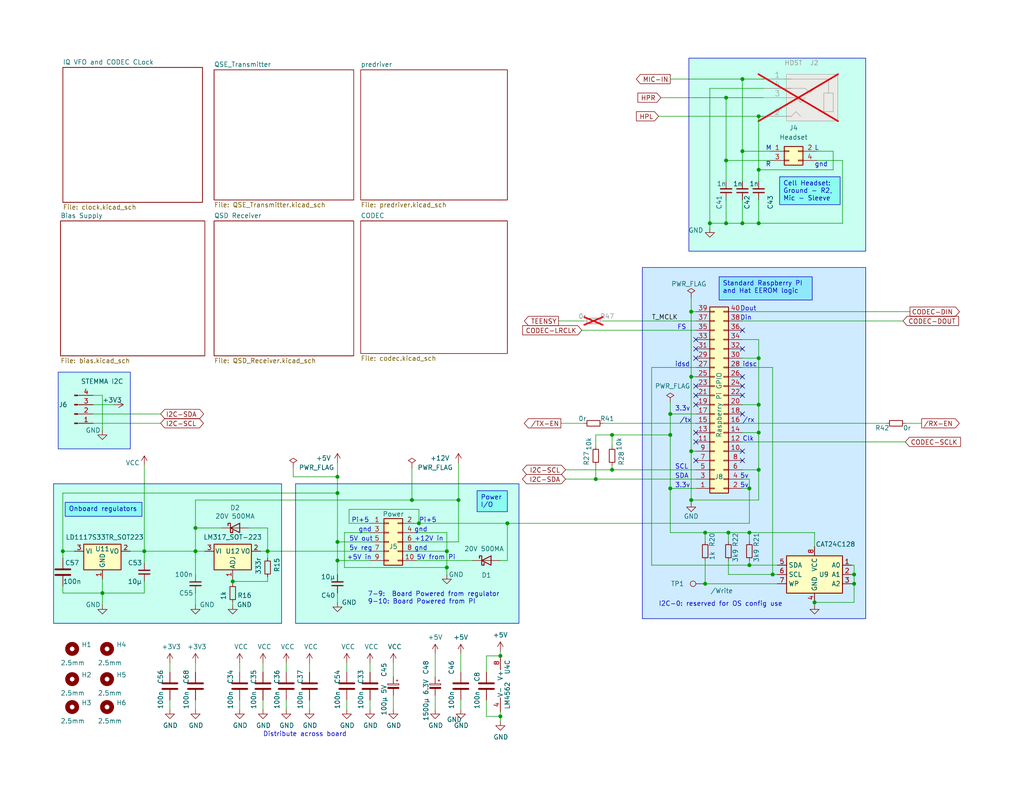
<source format=kicad_sch>
(kicad_sch (version 20230121) (generator eeschema)
  (paper "USLetter")
  (title_block (title "HF IQ Transceiver PiggyBack for Pi (not a hat)") (date "2024-01-21") (rev "2.0-1") (company "AE0GL: Mario P. Vano") (comment 1 "Sheet 1: Power Supplies, Headset and GPIO") (comment 2 "Preliminary Version 2"))
  (junction (at 182.88 113.03))
  (junction (at 121.92 150.495))
  (junction (at 53.34 144.145))
  (junction (at 73.025 150.495))
  (junction (at 121.92 154.94))
  (junction (at 182.88 118.745))
  (junction (at 167.005 128.27))
  (junction (at 167.005 118.745))
  (junction (at 112.395 136.525))
  (junction (at 207.01 60.96))
  (junction (at 198.12 26.67))
  (junction (at 198.755 145.415))
  (junction (at 202.565 60.96))
  (junction (at 27.94 161.925))
  (junction (at 125.095 136.525))
  (junction (at 188.595 102.87))
  (junction (at 207.01 97.79))
  (junction (at 138.43 142.875))
  (junction (at 204.47 133.35))
  (junction (at 233.045 156.845))
  (junction (at 182.88 133.35))
  (junction (at 207.01 46.355))
  (junction (at 233.045 159.385))
  (junction (at 192.405 159.385))
  (junction (at 202.565 41.275))
  (junction (at 207.01 31.75))
  (junction (at 193.675 60.96))
  (junction (at 162.56 130.81))
  (junction (at 17.145 150.495))
  (junction (at 198.12 60.96))
  (junction (at 188.595 85.09))
  (junction (at 210.82 156.845))
  (junction (at 92.075 134.62))
  (junction (at 202.565 21.59))
  (junction (at 39.37 150.495))
  (junction (at 92.075 147.955))
  (junction (at 207.01 110.49))
  (junction (at 198.12 43.815))
  (junction (at 136.525 195.58))
  (junction (at 136.525 179.07))
  (junction (at 188.595 123.19))
  (junction (at 204.47 154.305))
  (junction (at 53.34 150.495))
  (junction (at 204.47 145.415))
  (junction (at 92.075 130.175))
  (junction (at 114.3 142.875))
  (junction (at 222.25 164.465))
  (junction (at 188.595 136.525))
  (junction (at 92.075 153.035))
  (junction (at 207.01 128.27))
  (junction (at 63.5 158.75))
  (junction (at 192.405 145.415))
  (junction (at 207.01 118.11))
  (no_connect (at 189.865 95.25))
  (no_connect (at 189.865 118.11))
  (no_connect (at 189.865 120.65))
  (no_connect (at 202.565 125.73))
  (no_connect (at 189.865 97.79))
  (no_connect (at 202.565 102.87))
  (no_connect (at 202.565 123.19))
  (no_connect (at 189.865 107.95))
  (no_connect (at 202.565 105.41))
  (no_connect (at 202.565 95.25))
  (no_connect (at 189.865 105.41))
  (no_connect (at 202.565 113.03))
  (no_connect (at 189.865 125.73))
  (no_connect (at 202.565 90.17))
  (no_connect (at 189.865 110.49))
  (no_connect (at 202.565 107.95))
  (no_connect (at 189.865 92.71))
  (wire (pts (xy 207.01 54.61) (xy 207.01 60.96)))
  (wire (pts (xy 65.405 180.975) (xy 65.405 183.515)))
  (wire (pts (xy 100.965 145.415) (xy 93.98 145.415)))
  (wire (pts (xy 207.01 92.71) (xy 207.01 97.79)))
  (wire (pts (xy 227.33 46.355) (xy 207.01 46.355)))
  (wire (pts (xy 202.565 120.65) (xy 247.015 120.65)))
  (wire (pts (xy 65.405 191.135) (xy 65.405 193.675)))
  (wire (pts (xy 95.25 139.065) (xy 114.3 139.065)))
  (wire (pts (xy 198.12 60.96) (xy 202.565 60.96)))
  (wire (pts (xy 212.09 154.305) (xy 204.47 154.305)))
  (wire (pts (xy 202.565 85.09) (xy 248.285 85.09)))
  (wire (pts (xy 204.47 133.35) (xy 204.47 142.875)))
  (wire (pts (xy 63.5 159.385) (xy 63.5 158.75)))
  (wire (pts (xy 210.82 100.33) (xy 202.565 100.33)))
  (wire (pts (xy 136.525 195.58) (xy 136.525 194.31)))
  (wire (pts (xy 132.715 179.07) (xy 136.525 179.07)))
  (wire (pts (xy 233.045 159.385) (xy 232.41 159.385)))
  (wire (pts (xy 17.145 134.62) (xy 92.075 134.62)))
  (wire (pts (xy 182.88 133.35) (xy 182.88 145.415)))
  (wire (pts (xy 100.965 180.975) (xy 100.965 183.515)))
  (wire (pts (xy 193.675 60.96) (xy 198.12 60.96)))
  (wire (pts (xy 202.565 21.59) (xy 208.28 21.59)))
  (wire (pts (xy 177.8 100.33) (xy 177.8 154.305)))
  (wire (pts (xy 31.115 110.49) (xy 25.4 110.49)))
  (wire (pts (xy 53.34 165.1) (xy 53.34 161.925)))
  (wire (pts (xy 167.005 127) (xy 167.005 128.27)))
  (wire (pts (xy 229.87 60.96) (xy 229.87 43.815)))
  (wire (pts (xy 188.595 136.525) (xy 207.01 136.525)))
  (wire (pts (xy 188.595 102.87) (xy 188.595 85.09)))
  (wire (pts (xy 78.105 191.135) (xy 78.105 193.675)))
  (wire (pts (xy 39.37 150.495) (xy 39.37 153.67)))
  (wire (pts (xy 60.325 144.145) (xy 53.34 144.145)))
  (wire (pts (xy 227.33 41.275) (xy 222.885 41.275)))
  (wire (pts (xy 158.75 90.17) (xy 189.865 90.17)))
  (wire (pts (xy 210.82 100.33) (xy 210.82 156.845)))
  (wire (pts (xy 71.12 150.495) (xy 73.025 150.495)))
  (wire (pts (xy 198.755 156.845) (xy 198.755 153.035)))
  (wire (pts (xy 162.56 127) (xy 162.56 130.81)))
  (wire (pts (xy 188.595 81.28) (xy 188.595 85.09)))
  (wire (pts (xy 118.745 178.435) (xy 118.745 184.785)))
  (wire (pts (xy 207.01 128.27) (xy 207.01 136.525)))
  (wire (pts (xy 107.315 180.975) (xy 107.315 184.785)))
  (wire (pts (xy 207.01 31.75) (xy 207.01 46.355)))
  (wire (pts (xy 43.815 113.03) (xy 25.4 113.03)))
  (wire (pts (xy 162.56 118.745) (xy 167.005 118.745)))
  (wire (pts (xy 114.3 142.875) (xy 138.43 142.875)))
  (wire (pts (xy 222.885 43.815) (xy 229.87 43.815)))
  (wire (pts (xy 67.945 144.145) (xy 73.025 144.145)))
  (wire (pts (xy 84.455 191.135) (xy 84.455 193.675)))
  (wire (pts (xy 189.865 123.19) (xy 188.595 123.19)))
  (wire (pts (xy 182.88 113.03) (xy 182.88 118.745)))
  (wire (pts (xy 114.3 139.065) (xy 114.3 142.875)))
  (wire (pts (xy 192.405 159.385) (xy 212.09 159.385)))
  (wire (pts (xy 112.395 127.635) (xy 112.395 136.525)))
  (wire (pts (xy 73.025 157.48) (xy 73.025 158.75)))
  (wire (pts (xy 25.4 107.95) (xy 27.94 107.95)))
  (wire (pts (xy 202.565 97.79) (xy 207.01 97.79)))
  (wire (pts (xy 233.045 154.305) (xy 232.41 154.305)))
  (wire (pts (xy 121.92 145.415) (xy 121.92 150.495)))
  (wire (pts (xy 63.5 158.75) (xy 63.5 158.115)))
  (wire (pts (xy 198.12 43.815) (xy 198.12 49.53)))
  (wire (pts (xy 202.565 115.57) (xy 241.935 115.57)))
  (wire (pts (xy 182.88 133.35) (xy 189.865 133.35)))
  (wire (pts (xy 132.715 191.135) (xy 132.715 195.58)))
  (wire (pts (xy 132.715 183.515) (xy 132.715 179.07)))
  (wire (pts (xy 204.47 133.35) (xy 202.565 133.35)))
  (wire (pts (xy 198.12 54.61) (xy 198.12 60.96)))
  (wire (pts (xy 138.43 142.875) (xy 138.43 153.035)))
  (wire (pts (xy 17.145 160.02) (xy 17.145 161.925)))
  (wire (pts (xy 177.8 154.305) (xy 204.47 154.305)))
  (wire (pts (xy 73.025 150.495) (xy 100.965 150.495)))
  (wire (pts (xy 107.315 189.865) (xy 107.315 193.675)))
  (wire (pts (xy 53.34 144.145) (xy 53.34 136.525)))
  (wire (pts (xy 53.34 191.135) (xy 53.34 193.675)))
  (wire (pts (xy 207.01 60.96) (xy 229.87 60.96)))
  (wire (pts (xy 93.98 145.415) (xy 93.98 154.94)))
  (wire (pts (xy 207.01 110.49) (xy 207.01 118.11)))
  (wire (pts (xy 192.405 145.415) (xy 192.405 147.955)))
  (wire (pts (xy 202.565 92.71) (xy 207.01 92.71)))
  (wire (pts (xy 207.01 46.355) (xy 207.01 49.53)))
  (wire (pts (xy 202.565 130.81) (xy 204.47 130.81)))
  (wire (pts (xy 193.675 60.96) (xy 193.675 62.23)))
  (wire (pts (xy 192.405 153.035) (xy 192.405 159.385)))
  (wire (pts (xy 92.075 130.175) (xy 80.01 130.175)))
  (wire (pts (xy 39.37 127) (xy 39.37 150.495)))
  (wire (pts (xy 207.01 128.27) (xy 202.565 128.27)))
  (wire (pts (xy 113.665 142.875) (xy 114.3 142.875)))
  (wire (pts (xy 202.565 54.61) (xy 202.565 60.96)))
  (wire (pts (xy 43.815 115.57) (xy 25.4 115.57)))
  (wire (pts (xy 233.045 159.385) (xy 233.045 164.465)))
  (wire (pts (xy 204.47 153.035) (xy 204.47 154.305)))
  (wire (pts (xy 154.305 130.81) (xy 162.56 130.81)))
  (wire (pts (xy 182.88 113.03) (xy 189.865 113.03)))
  (wire (pts (xy 192.405 145.415) (xy 198.755 145.415)))
  (wire (pts (xy 222.25 164.465) (xy 222.25 165.1)))
  (wire (pts (xy 27.94 107.95) (xy 27.94 117.475)))
  (wire (pts (xy 121.92 150.495) (xy 121.92 154.94)))
  (wire (pts (xy 92.075 126.365) (xy 92.075 130.175)))
  (wire (pts (xy 153.035 115.57) (xy 159.385 115.57)))
  (wire (pts (xy 188.595 123.19) (xy 188.595 136.525)))
  (wire (pts (xy 202.565 118.11) (xy 207.01 118.11)))
  (wire (pts (xy 46.355 191.135) (xy 46.355 193.675)))
  (wire (pts (xy 198.12 26.67) (xy 208.28 26.67)))
  (wire (pts (xy 233.045 164.465) (xy 222.25 164.465)))
  (wire (pts (xy 100.965 191.135) (xy 100.965 193.675)))
  (wire (pts (xy 180.34 26.67) (xy 198.12 26.67)))
  (wire (pts (xy 167.005 118.745) (xy 182.88 118.745)))
  (wire (pts (xy 136.525 177.8) (xy 136.525 179.07)))
  (wire (pts (xy 93.98 154.94) (xy 121.92 154.94)))
  (wire (pts (xy 207.01 31.75) (xy 208.28 31.75)))
  (wire (pts (xy 71.755 180.975) (xy 71.755 183.515)))
  (wire (pts (xy 138.43 142.875) (xy 204.47 142.875)))
  (wire (pts (xy 198.755 147.955) (xy 198.755 145.415)))
  (wire (pts (xy 55.88 150.495) (xy 53.34 150.495)))
  (wire (pts (xy 53.34 156.845) (xy 53.34 150.495)))
  (wire (pts (xy 125.73 191.135) (xy 125.73 193.675)))
  (wire (pts (xy 92.075 147.955) (xy 100.965 147.955)))
  (wire (pts (xy 94.615 191.135) (xy 94.615 193.675)))
  (wire (pts (xy 202.565 41.275) (xy 210.185 41.275)))
  (wire (pts (xy 113.665 147.955) (xy 125.095 147.955)))
  (wire (pts (xy 189.865 102.87) (xy 188.595 102.87)))
  (wire (pts (xy 39.37 158.75) (xy 39.37 161.925)))
  (wire (pts (xy 189.865 100.33) (xy 177.8 100.33)))
  (wire (pts (xy 17.145 152.4) (xy 17.145 150.495)))
  (wire (pts (xy 179.705 31.75) (xy 207.01 31.75)))
  (wire (pts (xy 17.145 161.925) (xy 27.94 161.925)))
  (wire (pts (xy 53.34 144.145) (xy 53.34 150.495)))
  (wire (pts (xy 17.145 134.62) (xy 17.145 150.495)))
  (wire (pts (xy 198.12 26.67) (xy 198.12 43.815)))
  (wire (pts (xy 53.34 180.975) (xy 53.34 183.515)))
  (wire (pts (xy 113.665 145.415) (xy 121.92 145.415)))
  (wire (pts (xy 152.4 87.63) (xy 159.385 87.63)))
  (wire (pts (xy 39.37 150.495) (xy 35.56 150.495)))
  (wire (pts (xy 188.595 123.19) (xy 188.595 102.87)))
  (wire (pts (xy 84.455 180.975) (xy 84.455 183.515)))
  (wire (pts (xy 182.88 118.745) (xy 182.88 133.35)))
  (wire (pts (xy 94.615 180.975) (xy 94.615 183.515)))
  (wire (pts (xy 207.01 118.11) (xy 207.01 128.27)))
  (wire (pts (xy 182.88 21.59) (xy 202.565 21.59)))
  (wire (pts (xy 164.465 115.57) (xy 189.865 115.57)))
  (wire (pts (xy 100.965 142.875) (xy 95.25 142.875)))
  (wire (pts (xy 227.33 41.275) (xy 227.33 46.355)))
  (wire (pts (xy 233.045 154.305) (xy 233.045 156.845)))
  (wire (pts (xy 233.045 156.845) (xy 233.045 159.385)))
  (wire (pts (xy 92.075 130.175) (xy 92.075 134.62)))
  (wire (pts (xy 63.5 165.1) (xy 63.5 164.465)))
  (wire (pts (xy 202.565 21.59) (xy 202.565 41.275)))
  (wire (pts (xy 164.465 87.63) (xy 189.865 87.63)))
  (wire (pts (xy 154.305 128.27) (xy 167.005 128.27)))
  (wire (pts (xy 80.01 130.175) (xy 80.01 127.635)))
  (wire (pts (xy 202.565 87.63) (xy 246.38 87.63)))
  (wire (pts (xy 71.755 191.135) (xy 71.755 193.675)))
  (wire (pts (xy 53.34 136.525) (xy 112.395 136.525)))
  (wire (pts (xy 188.595 136.525) (xy 188.595 137.16)))
  (wire (pts (xy 193.675 24.13) (xy 193.675 60.96)))
  (wire (pts (xy 27.94 165.1) (xy 27.94 161.925)))
  (wire (pts (xy 73.025 144.145) (xy 73.025 150.495)))
  (wire (pts (xy 92.075 134.62) (xy 92.075 147.955)))
  (wire (pts (xy 118.745 189.865) (xy 118.745 193.675)))
  (wire (pts (xy 162.56 118.745) (xy 162.56 121.92)))
  (wire (pts (xy 193.675 24.13) (xy 208.28 24.13)))
  (wire (pts (xy 92.075 156.845) (xy 92.075 153.035)))
  (wire (pts (xy 207.01 97.79) (xy 207.01 110.49)))
  (wire (pts (xy 125.095 136.525) (xy 125.095 147.955)))
  (wire (pts (xy 39.37 161.925) (xy 27.94 161.925)))
  (wire (pts (xy 95.25 142.875) (xy 95.25 139.065)))
  (wire (pts (xy 73.025 150.495) (xy 73.025 152.4)))
  (wire (pts (xy 167.005 118.745) (xy 167.005 121.92)))
  (wire (pts (xy 92.075 153.035) (xy 92.075 147.955)))
  (wire (pts (xy 78.105 180.975) (xy 78.105 183.515)))
  (wire (pts (xy 202.565 110.49) (xy 207.01 110.49)))
  (wire (pts (xy 222.25 145.415) (xy 222.25 149.225)))
  (wire (pts (xy 73.025 158.75) (xy 63.5 158.75)))
  (wire (pts (xy 232.41 156.845) (xy 233.045 156.845)))
  (wire (pts (xy 210.82 156.845) (xy 212.09 156.845)))
  (wire (pts (xy 167.005 128.27) (xy 189.865 128.27)))
  (wire (pts (xy 125.095 126.365) (xy 125.095 136.525)))
  (wire (pts (xy 182.88 109.855) (xy 182.88 113.03)))
  (wire (pts (xy 136.525 153.035) (xy 138.43 153.035)))
  (wire (pts (xy 136.525 195.58) (xy 136.525 196.85)))
  (wire (pts (xy 207.01 60.96) (xy 202.565 60.96)))
  (wire (pts (xy 210.82 156.845) (xy 198.755 156.845)))
  (wire (pts (xy 17.145 150.495) (xy 20.32 150.495)))
  (wire (pts (xy 247.015 115.57) (xy 251.46 115.57)))
  (wire (pts (xy 162.56 130.81) (xy 189.865 130.81)))
  (wire (pts (xy 125.73 178.435) (xy 125.73 183.515)))
  (wire (pts (xy 182.88 145.415) (xy 192.405 145.415)))
  (wire (pts (xy 204.47 147.955) (xy 204.47 145.415)))
  (wire (pts (xy 113.665 153.035) (xy 128.905 153.035)))
  (wire (pts (xy 198.12 43.815) (xy 210.185 43.815)))
  (wire (pts (xy 27.94 158.115) (xy 27.94 161.925)))
  (wire (pts (xy 46.355 180.975) (xy 46.355 183.515)))
  (wire (pts (xy 132.715 195.58) (xy 136.525 195.58)))
  (wire (pts (xy 189.865 85.09) (xy 188.595 85.09)))
  (wire (pts (xy 222.25 145.415) (xy 204.47 145.415)))
  (wire (pts (xy 92.075 153.035) (xy 100.965 153.035)))
  (wire (pts (xy 121.92 154.94) (xy 121.92 156.845)))
  (wire (pts (xy 204.47 130.81) (xy 204.47 133.35)))
  (wire (pts (xy 198.755 145.415) (xy 204.47 145.415)))
  (wire (pts (xy 92.075 164.465) (xy 92.075 161.925)))
  (wire (pts (xy 112.395 136.525) (xy 125.095 136.525)))
  (wire (pts (xy 39.37 150.495) (xy 53.34 150.495)))
  (wire (pts (xy 202.565 41.275) (xy 202.565 49.53)))
  (wire (pts (xy 113.665 150.495) (xy 121.92 150.495)))
  (rectangle (start 15.875 101.6) (end 35.56 122.555) (fill (type color) (color 70 255 205 0.3)))
  (rectangle (start 14.605 132.08) (end 76.835 170.18) (fill (type color) (color 70 255 205 0.3)))
  (rectangle (start 187.96 15.875) (end 236.22 68.58) (fill (type color) (color 70 255 205 0.3)))
  (rectangle (start 80.645 132.08) (end 141.605 170.18) (fill (type color) (color 70 255 205 0.3)))
  (rectangle (start 175.26 73.025) (end 236.22 168.91) (fill (type color) (color 91 188 255 0.3)))
  (text_box "Standard Raspberry PI\nand Hat EEROM logic" (at 196.215 75.565 0) (size 25.4 6.35) (fill (type color) (color 85 247 255 0.52)) (effects (font (size 1.27 1.27)) (justify left top)))
  (text_box "Onboard regulators" (at 17.78 137.16 0) (size 20.955 3.81) (fill (type color) (color 85 247 255 0.52)) (effects (font (size 1.27 1.27)) (justify left top)))
  (text_box "Cell Headset:\nGround - R2,\nMic - Sleeve\n" (at 212.725 48.26 0) (size 16.51 7.62) (fill (type color) (color 85 247 255 0.52)) (effects (font (size 1.27 1.27)) (justify left top)))
  (text_box "Power\nI/O" (at 130.175 133.985 0) (size 8.255 5.715) (fill (type color) (color 85 247 255 0.52)) (effects (font (size 1.27 1.27)) (justify left top)))
  (text "L" (at 222.25 41.275 0) (effects (font (size 1.27 1.27)) (justify left bottom)))
  (text "SCL" (at 184.15 128.27 0) (effects (font (size 1.27 1.27)) (justify left bottom)))
  (text "5V out" (at 95.25 147.955 0) (effects (font (size 1.27 1.27)) (justify left bottom)))
  (text "gnd" (at 113.03 145.415 0) (effects (font (size 1.27 1.27)) (justify left bottom)))
  (text "SDA" (at 184.15 130.81 0) (effects (font (size 1.27 1.27)) (justify left bottom)))
  (text "Dout" (at 201.93 85.09 0) (effects (font (size 1.27 1.27)) (justify left bottom)))
  (text "idsd" (at 184.15 100.33 0) (effects (font (size 1.27 1.27)) (justify left bottom)))
  (text "3.3v" (at 184.15 133.35 0) (effects (font (size 1.27 1.27)) (justify left bottom)))
  (text "gnd" (at 113.03 150.495 0) (effects (font (size 1.27 1.27)) (justify left bottom)))
  (text "Pi+5" (at 114.3 142.875 0) (effects (font (size 1.27 1.27)) (justify left bottom)))
  (text "I2C-0: reserved for OS config use" (at 179.705 165.735 0) (effects (font (size 1.27 1.27)) (justify left bottom)))
  (text "/tx" (at 185.42 115.57 0) (effects (font (size 1.27 1.27)) (justify left bottom)))
  (text "gnd" (at 222.25 45.72 0) (effects (font (size 1.27 1.27)) (justify left bottom)))
  (text "Pi+5" (at 95.885 142.875 0) (effects (font (size 1.27 1.27)) (justify left bottom)))
  (text "Distribute across board\n" (at 71.755 201.295 0) (effects (font (size 1.27 1.27)) (justify left bottom)))
  (text "5v" (at 201.93 130.81 0) (effects (font (size 1.27 1.27)) (justify left bottom)))
  (text "+5V in" (at 94.615 153.035 0) (effects (font (size 1.27 1.27)) (justify left bottom)))
  (text "idsc" (at 202.565 100.33 0) (effects (font (size 1.27 1.27)) (justify left bottom)))
  (text "FS" (at 184.785 90.17 0) (effects (font (size 1.27 1.27)) (justify left bottom)))
  (text "Din" (at 201.93 87.63 0) (effects (font (size 1.27 1.27)) (justify left bottom)))
  (text "/rx" (at 202.565 115.57 0) (effects (font (size 1.27 1.27)) (justify left bottom)))
  (text "Clk" (at 202.565 120.65 0) (effects (font (size 1.27 1.27)) (justify left bottom)))
  (text "5v" (at 201.93 133.35 0) (effects (font (size 1.27 1.27)) (justify left bottom)))
  (text "3.3v" (at 184.15 112.395 0) (effects (font (size 1.27 1.27)) (justify left bottom)))
  (text "5v reg\n" (at 95.25 150.495 0) (effects (font (size 1.27 1.27)) (justify left bottom)))
  (text "7-9:  Board Powered from regulator\n9-10: Board Powered from PI\n" (at 100.33 165.1 0) (effects (font (size 1.27 1.27)) (justify left bottom)))
  (text "5V from Pi" (at 113.665 153.035 0) (effects (font (size 1.27 1.27)) (justify left bottom)))
  (text "+12V in" (at 113.03 147.955 0) (effects (font (size 1.27 1.27)) (justify left bottom)))
  (text "gnd" (at 97.79 145.415 0) (effects (font (size 1.27 1.27)) (justify left bottom)))
  (text "M" (at 208.915 41.275 0) (effects (font (size 1.27 1.27)) (justify left bottom)))
  (text "R" (at 208.915 45.72 0) (effects (font (size 1.27 1.27)) (justify left bottom)))
  (label "T_MCLK" (at 177.8 87.63 0))
  (global_label "CODEC-SCLK" (shape input) (at 247.015 120.65 0) (property "Intersheetrefs" "${INTERSHEET_REFS}" (effects hide)))
  (global_label "{slash}RX-EN" (shape output) (at 251.46 115.57 0) (property "Intersheetrefs" "${INTERSHEET_REFS}" (effects hide)))
  (global_label "HPL" (shape input) (at 179.705 31.75 180) (property "Intersheetrefs" "${INTERSHEET_REFS}" (effects hide)))
  (global_label "I2C-SCL" (shape bidirectional) (at 154.305 128.27 180) (property "Intersheetrefs" "${INTERSHEET_REFS}" (effects hide)))
  (global_label "I2C-SDA" (shape bidirectional) (at 154.305 130.81 180) (property "Intersheetrefs" "${INTERSHEET_REFS}" (effects hide)))
  (global_label "CODEC-DIN" (shape output) (at 248.285 85.09 0) (property "Intersheetrefs" "${INTERSHEET_REFS}" (effects hide)))
  (global_label "{slash}TX-EN" (shape output) (at 153.035 115.57 180) (property "Intersheetrefs" "${INTERSHEET_REFS}" (effects hide)))
  (global_label "I2C-SCL" (shape bidirectional) (at 43.815 115.57 0) (property "Intersheetrefs" "${INTERSHEET_REFS}" (effects hide)))
  (global_label "TEENSY" (shape output) (at 152.4 87.63 180) (property "Intersheetrefs" "${INTERSHEET_REFS}" (effects hide)))
  (global_label "CODEC-DOUT" (shape input) (at 246.38 87.63 0) (property "Intersheetrefs" "${INTERSHEET_REFS}" (effects hide)))
  (global_label "MIC-IN" (shape output) (at 182.88 21.59 180) (property "Intersheetrefs" "${INTERSHEET_REFS}" (effects hide)))
  (global_label "HPR" (shape input) (at 180.34 26.67 180) (property "Intersheetrefs" "${INTERSHEET_REFS}" (effects hide)))
  (global_label "CODEC-LRCLK" (shape input) (at 158.75 90.17 180) (property "Intersheetrefs" "${INTERSHEET_REFS}" (effects hide)))
  (global_label "I2C-SDA" (shape bidirectional) (at 43.815 113.03 0) (property "Intersheetrefs" "${INTERSHEET_REFS}" (effects hide)))
  (symbol (lib_id "Device:C") (at 132.715 187.325 0) (mirror y) (unit 1)
    (property "Reference" "C8" (at 130.175 184.785 90))
    (property "Value" "100n" (at 130.175 191.135 90))
    (property "Footprint" "Capacitor_SMD:C_0603_1608Metric" (effects hide))
    (property "DigiKey Part Number" "1276-1033-1-ND" (effects hide))
    (property "Manufacturer_Part_Number" "CL10B104JB8NNNC" (effects hide))
    (property "Description" "0.1 µF ±5% 50V Ceramic Capacitor X7R 0603 (1608 Metric)" (effects hide))
    (property "Manufacturer_Name" "Samsung Electro-Mechanics" (effects hide))
  )
  (symbol (lib_id "Connector_Generic:Conn_02x20_Odd_Even") (at 194.945 110.49 0) (mirror x) (unit 1) (in_bom no)
    (property "Reference" "J8" (at 194.945 130.175 0) (effects (justify left)))
    (property "Value" "Raspberry Pi GPIO" (at 196.215 101.6 90) (effects (justify left)))
    (property "Footprint" "Connector_PinSocket_2.54mm:PinSocket_2x20_P2.54mm_Vertical" (effects hide))
  )
  (symbol (lib_id "power:GND") (at 136.525 196.85 0) (unit 1)
    (property "Reference" "#PWR013" (effects hide))
    (property "Value" "GND" (at 136.652 201.2442 0))
  )
  (symbol (lib_id "Mechanical:MountingHole") (at 19.685 193.04 0) (unit 1) (in_bom no)
    (property "Reference" "H3" (at 22.225 191.8716 0) (effects (justify left)))
    (property "Value" "2.5mm" (at 16.51 196.85 0) (effects (justify left)))
    (property "Footprint" "MPV-2024:MountingHole_2.7mm_M2.5_KA" (effects hide))
  )
  (symbol (lib_id "Mechanical:MountingHole") (at 19.685 177.165 0) (unit 1) (in_bom no)
    (property "Reference" "H1" (at 22.225 175.9966 0) (effects (justify left)))
    (property "Value" "2.5mm" (at 16.51 180.975 0) (effects (justify left)))
    (property "Footprint" "MPV-2024:MountingHole_2.7mm_M2.5_KA" (effects hide))
  )
  (symbol (lib_id "Mechanical:MountingHole") (at 19.685 185.42 0) (unit 1) (in_bom no)
    (property "Reference" "H2" (at 22.225 184.2516 0) (effects (justify left)))
    (property "Value" "2.5mm" (at 16.51 189.23 0) (effects (justify left)))
    (property "Footprint" "MPV-2024:MountingHole_2.7mm_M2.5_KA" (effects hide))
  )
  (symbol (lib_id "Mechanical:MountingHole") (at 29.21 177.165 0) (unit 1) (in_bom no)
    (property "Reference" "H4" (at 31.75 175.9966 0) (effects (justify left)))
    (property "Value" "2.5mm" (at 26.67 180.975 0) (effects (justify left)))
    (property "Footprint" "MPV-2024:MountingHole_2.7mm_M2.5_KA" (effects hide))
  )
  (symbol (lib_id "power:PWR_FLAG") (at 188.595 81.28 0) (unit 1)
    (property "Reference" "#FLG0101" (effects hide))
    (property "Value" "PWR_FLAG" (at 187.96 77.5208 0))
  )
  (symbol (lib_id "Device:C") (at 100.965 187.325 0) (mirror y) (unit 1)
    (property "Reference" "C33" (at 98.425 184.785 90))
    (property "Value" "100n" (at 98.425 191.135 90))
    (property "Footprint" "Capacitor_SMD:C_0603_1608Metric" (effects hide))
    (property "DigiKey Part Number" "1276-1033-1-ND" (effects hide))
    (property "Manufacturer_Part_Number" "CL10B104JB8NNNC" (effects hide))
    (property "Description" "0.1 µF ±5% 50V Ceramic Capacitor X7R 0603 (1608 Metric)" (effects hide))
    (property "Manufacturer_Name" "Samsung Electro-Mechanics" (effects hide))
  )
  (symbol (lib_id "power:GND") (at 100.965 193.675 0) (unit 1)
    (property "Reference" "#PWR035" (effects hide))
    (property "Value" "GND" (at 101.092 198.0692 0))
  )
  (symbol (lib_id "power:PWR_FLAG") (at 182.88 109.855 0) (unit 1)
    (property "Reference" "#FLG0102" (effects hide))
    (property "Value" "PWR_FLAG" (at 183.515 105.41 0))
  )
  (symbol (lib_id "Device:C_Small") (at 198.12 52.07 0) (mirror x) (unit 1)
    (property "Reference" "C41" (at 196.215 55.245 90))
    (property "Value" "1n" (at 196.85 50.165 0))
    (property "Footprint" "Capacitor_SMD:C_0603_1608Metric" (effects hide))
    (property "DigiKey Part Number" "1276-1091-1-ND" (effects hide))
    (property "Manufacturer_Part_Number" "CL10C102JB8NNNC" (effects hide))
    (property "Description" "CAP CER 1000PF 50V C0G/NP0 0603" (effects hide))
    (property "Manufacturer_Name" "Samsung Electro-Mechanics" (effects hide))
  )
  (symbol (lib_id "Device:C_Small") (at 202.565 52.07 0) (mirror x) (unit 1)
    (property "Reference" "C42" (at 203.835 55.245 90))
    (property "Value" "1n" (at 201.295 50.165 0))
    (property "Footprint" "Capacitor_SMD:C_0603_1608Metric" (effects hide))
    (property "DigiKey Part Number" "1276-1091-1-ND" (effects hide))
    (property "Manufacturer_Part_Number" "CL10C102JB8NNNC" (effects hide))
    (property "Description" "CAP CER 1000PF 50V C0G/NP0 0603" (effects hide))
    (property "Manufacturer_Name" "Samsung Electro-Mechanics" (effects hide))
  )
  (symbol (lib_id "Device:C_Small") (at 207.01 52.07 0) (mirror x) (unit 1)
    (property "Reference" "C43" (at 210.185 55.245 90))
    (property "Value" "1n" (at 205.74 50.165 0))
    (property "Footprint" "Capacitor_SMD:C_0603_1608Metric" (effects hide))
    (property "DigiKey Part Number" "1276-1091-1-ND" (effects hide))
    (property "Manufacturer_Part_Number" "CL10C102JB8NNNC" (effects hide))
    (property "Description" "CAP CER 1000PF 50V C0G/NP0 0603" (effects hide))
    (property "Manufacturer_Name" "Samsung Electro-Mechanics" (effects hide))
  )
  (symbol (lib_id "power:GND") (at 193.675 62.23 0) (unit 1)
    (property "Reference" "#PWR032" (effects hide))
    (property "Value" "GND" (at 189.865 62.865 0))
  )
  (symbol (lib_id "power:PWR_FLAG") (at 80.01 127.635 0) (unit 1)
    (property "Reference" "#FLG0104" (effects hide))
    (property "Value" "PWR_FLAG" (at 86.36 127.635 0))
  )
  (symbol (lib_id "Device:C") (at 65.405 187.325 0) (mirror y) (unit 1)
    (property "Reference" "C34" (at 62.865 184.785 90))
    (property "Value" "100n" (at 62.865 191.135 90))
    (property "Footprint" "Capacitor_SMD:C_0603_1608Metric" (effects hide))
    (property "DigiKey Part Number" "1276-1033-1-ND" (effects hide))
    (property "Manufacturer_Part_Number" "CL10B104JB8NNNC" (effects hide))
    (property "Description" "0.1 µF ±5% 50V Ceramic Capacitor X7R 0603 (1608 Metric)" (effects hide))
    (property "Manufacturer_Name" "Samsung Electro-Mechanics" (effects hide))
  )
  (symbol (lib_id "power:GND") (at 65.405 193.675 0) (unit 1)
    (property "Reference" "#PWR037" (effects hide))
    (property "Value" "GND" (at 65.532 198.0692 0))
  )
  (symbol (lib_id "Device:C") (at 71.755 187.325 0) (mirror y) (unit 1)
    (property "Reference" "C35" (at 69.215 184.785 90))
    (property "Value" "100n" (at 69.215 191.135 90))
    (property "Footprint" "Capacitor_SMD:C_0603_1608Metric" (effects hide))
    (property "DigiKey Part Number" "1276-1033-1-ND" (effects hide))
    (property "Manufacturer_Part_Number" "CL10B104JB8NNNC" (effects hide))
    (property "Description" "0.1 µF ±5% 50V Ceramic Capacitor X7R 0603 (1608 Metric)" (effects hide))
    (property "Manufacturer_Name" "Samsung Electro-Mechanics" (effects hide))
  )
  (symbol (lib_id "power:GND") (at 71.755 193.675 0) (unit 1)
    (property "Reference" "#PWR039" (effects hide))
    (property "Value" "GND" (at 71.882 198.0692 0))
  )
  (symbol (lib_id "Device:C") (at 78.105 187.325 0) (mirror y) (unit 1)
    (property "Reference" "C36" (at 75.565 184.785 90))
    (property "Value" "100n" (at 75.565 191.135 90))
    (property "Footprint" "Capacitor_SMD:C_0603_1608Metric" (effects hide))
    (property "DigiKey Part Number" "1276-1033-1-ND" (effects hide))
    (property "Manufacturer_Part_Number" "CL10B104JB8NNNC" (effects hide))
    (property "Description" "0.1 µF ±5% 50V Ceramic Capacitor X7R 0603 (1608 Metric)" (effects hide))
    (property "Manufacturer_Name" "Samsung Electro-Mechanics" (effects hide))
  )
  (symbol (lib_id "power:GND") (at 78.105 193.675 0) (unit 1)
    (property "Reference" "#PWR041" (effects hide))
    (property "Value" "GND" (at 78.232 198.0692 0))
  )
  (symbol (lib_id "Device:C") (at 84.455 187.325 0) (mirror y) (unit 1)
    (property "Reference" "C37" (at 81.915 184.785 90))
    (property "Value" "100n" (at 81.915 191.135 90))
    (property "Footprint" "Capacitor_SMD:C_0603_1608Metric" (effects hide))
    (property "DigiKey Part Number" "1276-1033-1-ND" (effects hide))
    (property "Manufacturer_Part_Number" "CL10B104JB8NNNC" (effects hide))
    (property "Description" "0.1 µF ±5% 50V Ceramic Capacitor X7R 0603 (1608 Metric)" (effects hide))
    (property "Manufacturer_Name" "Samsung Electro-Mechanics" (effects hide))
  )
  (symbol (lib_id "power:GND") (at 84.455 193.675 0) (unit 1)
    (property "Reference" "#PWR043" (effects hide))
    (property "Value" "GND" (at 84.582 198.0692 0))
  )
  (symbol (lib_id "power:GND") (at 46.355 193.675 0) (unit 1)
    (property "Reference" "#PWR027" (effects hide))
    (property "Value" "GND" (at 46.482 198.0692 0))
  )
  (symbol (lib_id "Device:C") (at 46.355 187.325 0) (mirror y) (unit 1)
    (property "Reference" "C56" (at 43.815 184.785 90))
    (property "Value" "100n" (at 43.815 191.135 90))
    (property "Footprint" "Capacitor_SMD:C_0603_1608Metric" (effects hide))
    (property "DigiKey Part Number" "1276-1033-1-ND" (effects hide))
    (property "Manufacturer_Part_Number" "CL10B104JB8NNNC" (effects hide))
    (property "Description" "0.1 µF ±5% 50V Ceramic Capacitor X7R 0603 (1608 Metric)" (effects hide))
    (property "Manufacturer_Name" "Samsung Electro-Mechanics" (effects hide))
  )
  (symbol (lib_id "Regulator_Linear:LD1117S33TR_SOT223") (at 27.94 150.495 0) (unit 1)
    (property "Reference" "U11" (at 27.94 149.86 0))
    (property "Value" "LD1117S33TR_SOT223" (at 28.575 146.685 0))
    (property "Footprint" "Package_TO_SOT_SMD:SOT-223-3_TabPin2" (effects hide))
    (property "Datasheet" "http://www.st.com/st-web-ui/static/active/en/resource/technical/document/datasheet/CD00000544.pdf" (effects hide))
    (property "DigiKey Part Number" "497-1242-1-ND" (effects hide))
    (property "Description" "IC REG LINEAR 3.3V 800MA SOT223" (effects hide))
    (property "Manufacturer_Name" "STMicroelectronics" (effects hide))
    (property "Manufacturer_Part_Number" "LD1117S33TR" (effects hide))
  )
  (symbol (lib_id "power:GND") (at 188.595 137.16 0) (unit 1)
    (property "Reference" "#PWR031" (effects hide))
    (property "Value" "GND" (at 188.595 140.97 0))
  )
  (symbol (lib_id "Device:R_Small") (at 162.56 124.46 0) (mirror x) (unit 1)
    (property "Reference" "R27" (at 160.02 123.19 90) (effects (justify left)))
    (property "Value" "10k" (at 160.655 119.38 90) (effects (justify left)))
    (property "Footprint" "Resistor_SMD:R_0603_1608Metric" (effects hide))
    (property "DigiKey Part Number" "RMCF0603FT10K0CT-ND" (effects hide))
    (property "Description" "RES 10K OHM 1% 1/10W 0603" (effects hide))
    (property "Manufacturer_Part_Number" "RMCF0603FT10K0" (effects hide))
    (property "Manufacturer_Name" "Stackpole Electronics Inc" (effects hide))
  )
  (symbol (lib_id "Device:C") (at 125.73 187.325 0) (mirror y) (unit 1)
    (property "Reference" "C46" (at 123.19 182.245 90))
    (property "Value" "100n" (at 123.19 191.135 90))
    (property "Footprint" "Capacitor_SMD:C_0603_1608Metric" (effects hide))
    (property "DigiKey Part Number" "1276-1033-1-ND" (effects hide))
    (property "Manufacturer_Part_Number" "CL10B104JB8NNNC" (effects hide))
    (property "Description" "0.1 µF ±5% 50V Ceramic Capacitor X7R 0603 (1608 Metric)" (effects hide))
    (property "Manufacturer_Name" "Samsung Electro-Mechanics" (effects hide))
  )
  (symbol (lib_id "power:GND") (at 125.73 193.675 0) (unit 1)
    (property "Reference" "#PWR054" (effects hide))
    (property "Value" "GND" (at 125.857 198.0692 0))
  )
  (symbol (lib_id "power:+5V") (at 125.73 178.435 0) (unit 1)
    (property "Reference" "#PWR052" (effects hide))
    (property "Value" "+5V" (at 125.73 173.99 0))
  )
  (symbol (lib_name "+3.3V-power_3") (lib_id "radiohead-rescue:+3.3V-power") (at 46.355 180.975 0) (unit 1)
    (property "Reference" "#PWR024" (effects hide))
    (property "Value" "+3.3V" (at 46.736 176.5808 0))
  )
  (symbol (lib_id "Device:R_Small") (at 167.005 124.46 0) (mirror x) (unit 1)
    (property "Reference" "R28" (at 169.545 123.19 90) (effects (justify left)))
    (property "Value" "10k" (at 168.91 119.38 90) (effects (justify left)))
    (property "Footprint" "Resistor_SMD:R_0603_1608Metric" (effects hide))
    (property "DigiKey Part Number" "RMCF0603FT10K0CT-ND" (effects hide))
    (property "Description" "RES 10K OHM 1% 1/10W 0603" (effects hide))
    (property "Manufacturer_Part_Number" "RMCF0603FT10K0" (effects hide))
    (property "Manufacturer_Name" "Stackpole Electronics Inc" (effects hide))
  )
  (symbol (lib_id "Memory_EEPROM:CAT24C128") (at 222.25 156.845 0) (mirror y) (unit 1)
    (property "Reference" "U9" (at 224.79 156.845 0))
    (property "Value" "CAT24C128" (at 227.965 148.59 0))
    (property "Footprint" "Package_SO:SOIC-8_3.9x4.9mm_P1.27mm" (effects hide))
    (property "Datasheet" "https://www.onsemi.com/pub/Collateral/CAT24C128-D.PDF" (effects hide))
    (property "DigiKey Part Number" "BR24G128FJ-3GTE2CT-ND" (effects hide))
    (property "Description" "IC EEPROM 128KBIT I2C 8SOPJ" (effects hide))
    (property "Manufacturer_Name" "Rohm Semiconductor" (effects hide))
    (property "Manufacturer_Part_Number" "BR24G128FJ-3GTE2" (effects hide))
  )
  (symbol (lib_id "Device:C_Small") (at 92.075 159.385 0) (mirror x) (unit 1)
    (property "Reference" "C40" (at 89.535 162.56 0))
    (property "Value" "10µ" (at 89.535 157.48 0))
    (property "Footprint" "Capacitor_SMD:C_0603_1608Metric" (effects hide))
    (property "DigiKey Part Number" "1276-1038-1-ND" (effects hide))
    (property "Manufacturer_Part_Number" "CL10A106KQ8NNNC" (effects hide))
    (property "Description" "10 µF ±10% 6.3V Ceramic Capacitor X5R 0603 (1608 Metric)" (effects hide))
    (property "Manufacturer_Name" "Samsung Electro-Mechanics" (effects hide))
  )
  (symbol (lib_id "power:GND") (at 222.25 165.1 0) (mirror y) (unit 1)
    (property "Reference" "#PWR044" (effects hide))
    (property "Value" "GND" (at 123.952 196.469 0))
  )
  (symbol (lib_id "radiohead-rescue:CP_Small-Device") (at 107.315 187.325 0) (mirror y) (unit 1)
    (property "Reference" "C45" (at 104.775 182.88 90))
    (property "Value" "100µ 5V" (at 104.775 191.135 90))
    (property "Footprint" "Capacitor_SMD:C_Elec_6.3x5.4" (effects hide))
    (property "DigiKey Part Number" "PCE4377CT-ND" (effects hide))
    (property "Description" "CAP ALUM 100UF 20% 6.3V SMD" (effects hide))
    (property "Manufacturer_Part_Number" "EEE-FK0J101AP" (effects hide))
    (property "Manufacturer_Name" "Panasonic Electronic Components" (effects hide))
  )
  (symbol (lib_id "power:GND") (at 118.745 193.675 0) (unit 1)
    (property "Reference" "#PWR053" (effects hide))
    (property "Value" "GND" (at 118.872 198.0692 0))
  )
  (symbol (lib_id "power:+5V") (at 118.745 178.435 0) (unit 1)
    (property "Reference" "#PWR051" (effects hide))
    (property "Value" "+5V" (at 118.745 173.99 0))
  )
  (symbol (lib_id "Device:R_Small") (at 192.405 150.495 180) (unit 1)
    (property "Reference" "R20" (at 194.31 145.415 90) (effects (justify left)))
    (property "Value" "1k" (at 194.31 150.495 90) (effects (justify left)))
    (property "Footprint" "Resistor_SMD:R_0603_1608Metric" (effects hide))
    (property "DigiKey Part Number" "RMCF0603FT1K00CT-ND" (effects hide))
    (property "Description" "RES 1K OHM 1% 1/10W 0603" (effects hide))
    (property "Manufacturer_Part_Number" "RMCF0603FT1K00" (effects hide))
    (property "Manufacturer_Name" "Stackpole Electronics Inc" (effects hide))
  )
  (symbol (lib_id "power:+5V") (at 136.525 177.8 0) (unit 1)
    (property "Reference" "#PWR04" (effects hide))
    (property "Value" "+5V" (at 136.525 173.355 0))
  )
  (symbol (lib_name "CP_Small-Device_1") (lib_id "radiohead-rescue:CP_Small-Device") (at 118.745 187.325 0) (mirror y) (unit 1)
    (property "Reference" "C48" (at 116.205 182.245 90))
    (property "Value" "1500µ 6.3V" (at 116.205 191.135 90))
    (property "Footprint" "Capacitor_SMD:C_Elec_10x10.2" (effects hide))
    (property "DigiKey Part Number" "PCE4719CT-ND" (effects hide))
    (property "Description" "CAP ALUM 1500UF 20% 6.3V SMD" (effects hide))
    (property "Manufacturer_Part_Number" "EEE-HAJ152UAP" (effects hide))
    (property "Manufacturer_Name" "Panasonic Electronic Components" (effects hide))
  )
  (symbol (lib_id "power:GND") (at 107.315 193.675 0) (unit 1)
    (property "Reference" "#PWR058" (effects hide))
    (property "Value" "GND" (at 107.442 198.0692 0))
  )
  (symbol (lib_id "Device:R_Small") (at 204.47 150.495 180) (unit 1)
    (property "Reference" "R21" (at 206.375 145.415 90) (effects (justify left)))
    (property "Value" "3k9" (at 206.375 149.86 90) (effects (justify left)))
    (property "Footprint" "Resistor_SMD:R_0603_1608Metric" (effects hide))
    (property "DigiKey Part Number" "RMCF0603FT3K90CT-ND" (effects hide))
    (property "Description" "RES 3.9K OHM 1% 1/10W 0603" (effects hide))
    (property "Manufacturer_Part_Number" "RMCF0603FT3K90" (effects hide))
    (property "Manufacturer_Name" "Stackpole Electronics Inc" (effects hide))
  )
  (symbol (lib_id "Device:R_Small") (at 198.755 150.495 180) (unit 1)
    (property "Reference" "R22" (at 200.66 145.415 90) (effects (justify left)))
    (property "Value" "3k9" (at 200.66 149.86 90) (effects (justify left)))
    (property "Footprint" "Resistor_SMD:R_0603_1608Metric" (effects hide))
    (property "DigiKey Part Number" "RMCF0603FT3K90CT-ND" (effects hide))
    (property "Description" "RES 3.9K OHM 1% 1/10W 0603" (effects hide))
    (property "Manufacturer_Part_Number" "RMCF0603FT3K90" (effects hide))
    (property "Manufacturer_Name" "Stackpole Electronics Inc" (effects hide))
  )
  (symbol (lib_id "Diode:MBR0520LT") (at 64.135 144.145 0) (unit 1)
    (property "Reference" "D2" (at 64.135 138.6332 0))
    (property "Value" "20V 500MA" (at 64.135 140.9446 0))
    (property "Footprint" "Diode_SMD:D_SOD-123" (effects hide))
    (property "Datasheet" "http://www.onsemi.com/pub_link/Collateral/MBR0520LT1-D.PDF" (effects hide))
    (property "DigiKey Part Number" "641-1326-1-ND" (effects hide))
    (property "Description" "DIODE SCHOTTKY 20V 500MA SOD123" (effects hide))
    (property "Manufacturer_Part_Number" "CDBW0520L-G" (effects hide))
    (property "Manufacturer_Name" "Comchip Technology" (effects hide))
  )
  (symbol (lib_id "Device:C") (at 17.145 156.21 0) (unit 1)
    (property "Reference" "C57" (at 19.685 153.67 0))
    (property "Value" "100n" (at 19.685 158.75 0))
    (property "Footprint" "Capacitor_SMD:C_0603_1608Metric" (effects hide))
    (property "DigiKey Part Number" "1276-1033-1-ND" (effects hide))
    (property "Manufacturer_Part_Number" "CL10B104JB8NNNC" (effects hide))
    (property "Description" "0.1 µF ±5% 50V Ceramic Capacitor X7R 0603 (1608 Metric)" (effects hide))
    (property "Manufacturer_Name" "Samsung Electro-Mechanics" (effects hide))
  )
  (symbol (lib_id "Amplifier_Operational:LM4562") (at 139.065 186.69 0) (unit 3)
    (property "Reference" "U4" (at 138.43 184.15 90) (effects (justify left)))
    (property "Value" "LM4562" (at 138.43 193.675 90) (effects (justify left)))
    (property "Footprint" "Package_SO:SOIC-8_3.9x4.9mm_P1.27mm" (effects hide))
    (property "Datasheet" "http://www.ti.com/lit/ds/symlink/lm4562.pdf" (effects hide))
    (property "DigiKey Part Number" "296-44416-5-ND" (effects hide))
    (property "Description" "IC AUDIO 2 CIRCUIT 8SOIC" (effects hide))
    (property "Manufacturer_Name" "Texas Instruments" (effects hide))
    (property "Manufacturer_Part_Number" "LM4562MA/NOPB" (effects hide))
  )
  (symbol (lib_id "Connector_Generic:Conn_02x05_Odd_Even") (at 106.045 147.955 0) (unit 1) (in_bom no)
    (property "Reference" "J5" (at 107.315 149.225 0))
    (property "Value" "Power" (at 107.315 140.335 0))
    (property "Footprint" "Connector_PinHeader_2.54mm:PinHeader_2x05_P2.54mm_Vertical" (effects hide))
  )
  (symbol (lib_id "power:GND") (at 121.92 156.845 0) (unit 1)
    (property "Reference" "#PWR026" (effects hide))
    (property "Value" "GND" (at 124.46 156.845 0))
  )
  (symbol (lib_id "Regulator_Linear:LM317_SOT-223") (at 63.5 150.495 0) (unit 1)
    (property "Reference" "U12" (at 63.5 150.495 0))
    (property "Value" "LM317_SOT-223" (at 63.5 146.6596 0))
    (property "Footprint" "Package_TO_SOT_SMD:SOT-223-3_TabPin2" (effects hide))
    (property "Datasheet" "http://www.ti.com/lit/ds/symlink/lm317.pdf" (effects hide))
    (property "DigiKey Part Number" "LM317MDCYR" (effects hide))
    (property "Description" "IC REG LIN POS ADJ 500MA SOT223" (effects hide))
    (property "Manufacturer_Part_Number" "296-12631-1-ND" (effects hide))
    (property "Manufacturer_Name" "Texas Instruments" (effects hide))
  )
  (symbol (lib_id "Device:R_Small") (at 63.5 161.925 0) (unit 1)
    (property "Reference" "R16" (at 64.77 162.56 0) (effects (justify left)))
    (property "Value" "1k" (at 60.96 163.83 90) (effects (justify left)))
    (property "Footprint" "Resistor_SMD:R_0603_1608Metric" (effects hide))
    (property "DigiKey Part Number" "RMCF0603FT1K00CT-ND" (effects hide))
    (property "Description" "RES 1K OHM 1% 1/10W 0603" (effects hide))
    (property "Manufacturer_Part_Number" "RMCF0603FT1K00" (effects hide))
    (property "Manufacturer_Name" "Stackpole Electronics Inc" (effects hide))
  )
  (symbol (lib_id "Device:R_Small") (at 73.025 154.94 0) (unit 1)
    (property "Reference" "R15" (at 75.565 156.21 90) (effects (justify left)))
    (property "Value" "333r" (at 70.485 156.845 90) (effects (justify left)))
    (property "Footprint" "Resistor_SMD:R_0603_1608Metric" (effects hide))
    (property "DigiKey Part Number" "RMCF0603FT332RCT-ND" (effects hide))
    (property "Description" "RES 332 OHM 1% 1/10W 0603" (effects hide))
    (property "Manufacturer_Part_Number" "RMCF0603FT332R" (effects hide))
    (property "Manufacturer_Name" "Stackpole Electronics Inc" (effects hide))
  )
  (symbol (lib_id "power:GND") (at 63.5 165.1 0) (unit 1)
    (property "Reference" "#PWR034" (effects hide))
    (property "Value" "GND" (at 66.675 165.1 0))
  )
  (symbol (lib_id "power:GND") (at 27.94 165.1 0) (mirror y) (unit 1)
    (property "Reference" "#PWR030" (effects hide))
    (property "Value" "GND" (at 25.4 165.1 0))
  )
  (symbol (lib_id "Device:C_Small") (at 39.37 156.21 0) (mirror x) (unit 1)
    (property "Reference" "C53" (at 36.83 153.67 0))
    (property "Value" "10µ" (at 36.83 158.75 0))
    (property "Footprint" "Capacitor_SMD:C_0603_1608Metric" (effects hide))
    (property "DigiKey Part Number" "1276-1038-1-ND" (effects hide))
    (property "Manufacturer_Part_Number" "CL10A106KQ8NNNC" (effects hide))
    (property "Description" "10 µF ±10% 6.3V Ceramic Capacitor X5R 0603 (1608 Metric)" (effects hide))
    (property "Manufacturer_Name" "Samsung Electro-Mechanics" (effects hide))
  )
  (symbol (lib_id "power:PWR_FLAG") (at 112.395 127.635 0) (mirror y) (unit 1)
    (property "Reference" "#FLG0105" (effects hide))
    (property "Value" "PWR_FLAG" (at 118.745 127.635 0))
  )
  (symbol (lib_id "power:GND") (at 92.075 164.465 0) (unit 1)
    (property "Reference" "#PWR0106" (effects hide))
    (property "Value" "GND" (at 95.25 164.465 0))
  )
  (symbol (lib_id "power:+5V") (at 92.075 126.365 0) (unit 1)
    (property "Reference" "#PWR0108" (effects hide))
    (property "Value" "+5V" (at 88.265 125.095 0))
  )
  (symbol (lib_id "power:+12V") (at 125.095 126.365 0) (mirror y) (unit 1)
    (property "Reference" "#PWR0116" (effects hide))
    (property "Value" "+12V" (at 120.015 125.095 0))
  )
  (symbol (lib_id "power:GND") (at 94.615 193.675 0) (unit 1)
    (property "Reference" "#PWR049" (effects hide))
    (property "Value" "GND" (at 94.742 198.0692 0))
  )
  (symbol (lib_id "Device:C") (at 94.615 187.325 0) (mirror y) (unit 1)
    (property "Reference" "C54" (at 92.075 184.785 90))
    (property "Value" "100n" (at 92.075 191.135 90))
    (property "Footprint" "Capacitor_SMD:C_0603_1608Metric" (effects hide))
    (property "DigiKey Part Number" "1276-1033-1-ND" (effects hide))
    (property "Manufacturer_Part_Number" "CL10B104JB8NNNC" (effects hide))
    (property "Description" "0.1 µF ±5% 50V Ceramic Capacitor X7R 0603 (1608 Metric)" (effects hide))
    (property "Manufacturer_Name" "Samsung Electro-Mechanics" (effects hide))
  )
  (symbol (lib_id "power:VCC") (at 94.615 180.975 0) (unit 1)
    (property "Reference" "#PWR025" (effects hide))
    (property "Value" "VCC" (at 94.996 176.5808 0))
  )
  (symbol (lib_id "power:VCC") (at 100.965 180.975 0) (unit 1)
    (property "Reference" "#PWR036" (effects hide))
    (property "Value" "VCC" (at 101.346 176.5808 0))
  )
  (symbol (lib_id "power:VCC") (at 65.405 180.975 0) (unit 1)
    (property "Reference" "#PWR0121" (effects hide))
    (property "Value" "VCC" (at 65.786 176.5808 0))
  )
  (symbol (lib_id "power:VCC") (at 71.755 180.975 0) (unit 1)
    (property "Reference" "#PWR0122" (effects hide))
    (property "Value" "VCC" (at 72.136 176.5808 0))
  )
  (symbol (lib_id "power:VCC") (at 78.105 180.975 0) (unit 1)
    (property "Reference" "#PWR0123" (effects hide))
    (property "Value" "VCC" (at 78.486 176.5808 0))
  )
  (symbol (lib_id "power:VCC") (at 84.455 180.975 0) (unit 1)
    (property "Reference" "#PWR0124" (effects hide))
    (property "Value" "VCC" (at 84.836 176.5808 0))
  )
  (symbol (lib_id "power:VCC") (at 107.315 180.975 0) (unit 1)
    (property "Reference" "#PWR0126" (effects hide))
    (property "Value" "VCC" (at 107.696 176.5808 0))
  )
  (symbol (lib_id "power:VCC") (at 39.37 127 0) (mirror y) (unit 1)
    (property "Reference" "#PWR0112" (effects hide))
    (property "Value" "VCC" (at 36.195 126.365 0))
  )
  (symbol (lib_id "Device:C_Small") (at 53.34 159.385 0) (mirror y) (unit 1)
    (property "Reference" "C55" (at 50.8 161.925 0))
    (property "Value" "100n" (at 50.165 156.845 0))
    (property "Footprint" "Capacitor_SMD:C_0603_1608Metric" (effects hide))
    (property "DigiKey Part Number" "1276-1033-1-ND" (effects hide))
    (property "Description" "0.1 µF ±5% 50V Ceramic Capacitor X7R 0603 (1608 Metric)" (effects hide))
    (property "Manufacturer_Name" "Samsung Electro-Mechanics" (effects hide))
    (property "Manufacturer_Part_Number" "CL10B104JB8NNNC" (effects hide))
  )
  (symbol (lib_id "power:GND") (at 53.34 165.1 0) (unit 1)
    (property "Reference" "#PWR03" (effects hide))
    (property "Value" "GND" (at 56.515 165.1 0))
  )
  (symbol (lib_id "Connector:TestPoint") (at 192.405 159.385 90) (mirror x) (unit 1) (in_bom no)
    (property "Reference" "TP1" (at 186.69 159.385 90) (effects (justify left)))
    (property "Value" "/Write" (at 200.025 161.29 90) (effects (justify left)))
    (property "Footprint" "TestPoint:TestPoint_THTPad_D1.0mm_Drill0.5mm" (effects hide))
  )
  (symbol (lib_id "Device:R_Small") (at 244.475 115.57 270) (mirror x) (unit 1)
    (property "Reference" "R42" (at 238.76 116.84 90) (effects (justify left)))
    (property "Value" "0r" (at 246.38 116.84 90) (effects (justify left)))
    (property "Footprint" "Resistor_SMD:R_0603_1608Metric" (effects hide))
    (property "DigiKey Part Number" "RMCF0603ZT0R00CT-ND" (effects hide))
    (property "Description" "RES 0 OHM JUMPER 1/10W 0603" (effects hide))
    (property "Manufacturer_Name" "Stackpole Electronics Inc" (effects hide))
    (property "Manufacturer_Part_Number" "RMCF0603ZT0R00" (effects hide))
  )
  (symbol (lib_id "radiohead-rescue:+3.3V-power") (at 31.115 110.49 270) (mirror x) (unit 1)
    (property "Reference" "#PWR018" (effects hide))
    (property "Value" "+3.3V" (at 27.94 109.22 90) (effects (justify left)))
  )
  (symbol (lib_id "power:GND") (at 27.94 117.475 0) (mirror y) (unit 1)
    (property "Reference" "#PWR063" (effects hide))
    (property "Value" "GND" (at 25.4 117.475 0))
  )
  (symbol (lib_id "Mechanical:MountingHole") (at 29.21 193.04 0) (unit 1) (in_bom no)
    (property "Reference" "H6" (at 31.75 191.8716 0) (effects (justify left)))
    (property "Value" "2.5mm" (at 26.67 196.85 0) (effects (justify left)))
    (property "Footprint" "MPV-2024:MountingHole_2.7mm_M2.5_KA" (effects hide))
  )
  (symbol (lib_id "Connector:Conn_01x04_Pin") (at 20.32 113.03 0) (mirror x) (unit 1)
    (property "Reference" "J6" (at 18.415 110.49 0) (effects (justify right)))
    (property "Value" "STEMMA I2C" (at 33.655 104.14 0) (effects (justify right)))
    (property "Footprint" "Connector_JST:JST_PH_B4B-PH-K_1x04_P2.00mm_Vertical" (effects hide))
    (property "Description" "CONN HEADER VERT 4POS 2MM" (effects hide))
    (property "DigiKey Part Number" "455-B4B-PH-K-ND" (effects hide))
    (property "Manufacturer_Name" "JST Sales America Inc." (effects hide))
    (property "Manufacturer_Part_Number" "B4B-PH-K" (effects hide))
  )
  (symbol (lib_id "Device:R_Small") (at 161.925 87.63 90) (mirror x) (unit 1) (in_bom no) (dnp yes)
    (property "Reference" "R47" (at 167.64 86.36 90) (effects (justify left)))
    (property "Value" "0r" (at 160.02 86.36 90) (effects (justify left)))
    (property "Footprint" "Resistor_SMD:R_0603_1608Metric" (effects hide))
    (property "DigiKey Part Number" "RMCF0603ZT0R00CT-ND" (effects hide))
    (property "Description" "RES 0 OHM JUMPER 1/10W 0603" (effects hide))
    (property "Manufacturer_Name" "Stackpole Electronics Inc" (effects hide))
    (property "Manufacturer_Part_Number" "RMCF0603ZT0R00" (effects hide))
  )
  (symbol (lib_id "Connector_Generic:Conn_02x02_Odd_Even") (at 215.265 41.275 0) (unit 1) (in_bom no)
    (property "Reference" "J4" (at 216.535 34.925 0))
    (property "Value" "Headset" (at 216.535 37.465 0))
    (property "Footprint" "Connector_PinHeader_2.54mm:PinHeader_2x02_P2.54mm_Vertical" (effects hide))
  )
  (symbol (lib_id "power:GND") (at 53.34 193.675 0) (unit 1)
    (property "Reference" "#PWR065" (effects hide))
    (property "Value" "GND" (at 53.467 198.0692 0))
  )
  (symbol (lib_id "Mechanical:MountingHole") (at 29.21 185.42 0) (unit 1) (in_bom no)
    (property "Reference" "H5" (at 31.75 184.2516 0) (effects (justify left)))
    (property "Value" "2.5mm" (at 26.67 189.23 0) (effects (justify left)))
    (property "Footprint" "MPV-2024:MountingHole_2.7mm_M2.5_KA" (effects hide))
  )
  (symbol (lib_name "+3.3V-power_3") (lib_id "radiohead-rescue:+3.3V-power") (at 53.34 180.975 0) (unit 1)
    (property "Reference" "#PWR064" (effects hide))
    (property "Value" "+3.3V" (at 53.721 176.5808 0))
  )
  (symbol (lib_id "Diode:MBR0520LT") (at 132.715 153.035 0) (unit 1)
    (property "Reference" "D1" (at 132.715 157.0482 0))
    (property "Value" "20V 500MA" (at 132.08 149.8346 0))
    (property "Footprint" "Diode_SMD:D_SOD-123" (effects hide))
    (property "Datasheet" "http://www.onsemi.com/pub_link/Collateral/MBR0520LT1-D.PDF" (effects hide))
    (property "DigiKey Part Number" "641-1326-1-ND" (effects hide))
    (property "Description" "DIODE SCHOTTKY 20V 500MA SOD123" (effects hide))
    (property "Manufacturer_Part_Number" "CDBW0520L-G" (effects hide))
    (property "Manufacturer_Name" "Comchip Technology" (effects hide))
  )
  (symbol (lib_id "sj43515-smt:SJ-43514TS-SMT") (at 208.28 21.59 0) (mirror y) (unit 1) (in_bom no) (dnp yes)
    (property "Reference" "J2" (at 220.98 17.145 0) (effects (justify right)))
    (property "Value" "HDST" (at 213.995 17.145 0) (effects (justify right)))
    (property "Footprint" "sj43515tssm:SJ-43514TS-SMT" (effects hide))
    (property "Datasheet" "~" (at 208.28 21.59 0) (effects (font (size 1.524 1.524))))
    (property "Description" "CONN JACK 4COND 3.5MM SMD R/A" (effects hide))
    (property "DigiKey Part Number" "CP-43514SJCT-ND" (effects hide))
    (property "Manufacturer_Name" "CUI Devices" (effects hide))
    (property "Manufacturer_Part_Number" "SJ-43514-SMT-TR" (effects hide))
  )
  (symbol (lib_id "Device:R_Small") (at 161.925 115.57 90) (mirror x) (unit 1)
    (property "Reference" "R41" (at 167.64 114.3 90) (effects (justify left)))
    (property "Value" "0r" (at 160.02 114.3 90) (effects (justify left)))
    (property "Footprint" "Resistor_SMD:R_0603_1608Metric" (effects hide))
    (property "DigiKey Part Number" "RMCF0603ZT0R00CT-ND" (effects hide))
    (property "Description" "RES 0 OHM JUMPER 1/10W 0603" (effects hide))
    (property "Manufacturer_Name" "Stackpole Electronics Inc" (effects hide))
    (property "Manufacturer_Part_Number" "RMCF0603ZT0R00" (effects hide))
  )
  (symbol (lib_id "Device:C") (at 53.34 187.325 0) (mirror y) (unit 1)
    (property "Reference" "C68" (at 50.8 184.785 90))
    (property "Value" "100n" (at 50.8 191.135 90))
    (property "Footprint" "Capacitor_SMD:C_0603_1608Metric" (effects hide))
    (property "DigiKey Part Number" "1276-1033-1-ND" (effects hide))
    (property "Manufacturer_Part_Number" "CL10B104JB8NNNC" (effects hide))
    (property "Description" "0.1 µF ±5% 50V Ceramic Capacitor X7R 0603 (1608 Metric)" (effects hide))
    (property "Manufacturer_Name" "Samsung Electro-Mechanics" (effects hide))
  )
  (sheet (at 98.425 60.325) (size 40.005 36.195) (stroke (width 0.1524))
    (property "Sheetname" "CODEC" (at 98.425 59.6134 0) (effects (justify left bottom)))
    (property "Sheetfile" "codec.kicad_sch" (at 98.425 97.1046 0) (effects (justify left top)))
  )
  (sheet (at 16.51 60.325) (size 39.37 36.83) (stroke (width 0.1524))
    (property "Sheetname" "Bias Supply" (at 16.51 59.6134 0) (effects (justify left bottom)))
    (property "Sheetfile" "bias.kicad_sch" (at 16.51 97.7396 0) (effects (justify left top)))
  )
  (sheet (at 17.145 18.415) (size 38.1 36.83) (stroke (width 0.1524))
    (property "Sheetname" "IQ VFO and CODEC CLock" (at 17.145 17.7034 0) (effects (justify left bottom)))
    (property "Sheetfile" "clock.kicad_sch" (at 17.145 55.8296 0) (effects (justify left top)))
  )
  (sheet (at 58.42 60.325) (size 38.1 36.83) (stroke (width 0.1524))
    (property "Sheetname" "QSD Receiver" (at 58.42 59.6134 0) (effects (justify left bottom)))
    (property "Sheetfile" "QSD_Receiver.kicad_sch" (at 58.42 97.7396 0) (effects (justify left top)))
  )
  (sheet (at 58.42 19.05) (size 38.1 35.56) (stroke (width 0.1524))
    (property "Sheetname" "QSE_Transmitter" (at 58.42 18.3384 0) (effects (justify left bottom)))
    (property "Sheetfile" "QSE_Transmitter.kicad_sch" (at 58.42 55.1946 0) (effects (justify left top)))
  )
  (sheet (at 98.425 19.05) (size 40.005 35.56) (stroke (width 0.1524))
    (property "Sheetname" "predriver" (at 98.425 18.3384 0) (effects (justify left bottom)))
    (property "Sheetfile" "predriver.kicad_sch" (at 98.425 55.1946 0) (effects (justify left top)))
  )
)
</source>
